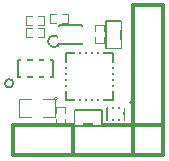
<source format=gto>
G04 (created by PCBNEW (2013-may-18)-stable) date Wed 11 Feb 2015 08:06:24 PM EST*
%MOIN*%
G04 Gerber Fmt 3.4, Leading zero omitted, Abs format*
%FSLAX34Y34*%
G01*
G70*
G90*
G04 APERTURE LIST*
%ADD10C,0.00590551*%
%ADD11C,0.0039*%
%ADD12C,0.005*%
%ADD13C,0.0028*%
%ADD14C,0.012*%
%ADD15R,0.035X0.055*%
%ADD16R,0.045X0.025*%
%ADD17R,0.0236X0.0157*%
%ADD18R,0.0157X0.0236*%
%ADD19R,0.055X0.055*%
%ADD20C,0.055*%
%ADD21R,0.0275591X0.0551181*%
%ADD22R,0.011811X0.0275591*%
%ADD23R,0.0275591X0.011811*%
%ADD24R,0.0944882X0.0944882*%
%ADD25R,0.023622X0.0590551*%
%ADD26R,0.011811X0.019685*%
%ADD27R,0.025X0.045*%
G04 APERTURE END LIST*
G54D10*
G54D11*
X74739Y-62920D02*
G75*
G03X74739Y-62920I-50J0D01*
G74*
G01*
X74239Y-62920D02*
X74639Y-62920D01*
X74639Y-62920D02*
X74639Y-63520D01*
X74639Y-63520D02*
X74239Y-63520D01*
X73839Y-63520D02*
X73439Y-63520D01*
X73439Y-63520D02*
X73439Y-62920D01*
X73439Y-62920D02*
X73839Y-62920D01*
G54D12*
X76864Y-60349D02*
X76864Y-61249D01*
X76864Y-61249D02*
X76364Y-61249D01*
X76364Y-61249D02*
X76364Y-60349D01*
X76364Y-60349D02*
X76864Y-60349D01*
G54D13*
X75975Y-60851D02*
X75975Y-61051D01*
X75975Y-61051D02*
X76275Y-61051D01*
X76275Y-61051D02*
X76275Y-60851D01*
X75975Y-60651D02*
X75975Y-60451D01*
X75975Y-60451D02*
X76275Y-60451D01*
X76275Y-60451D02*
X76275Y-60651D01*
X74687Y-60109D02*
X74487Y-60109D01*
X74487Y-60109D02*
X74487Y-60409D01*
X74487Y-60409D02*
X74687Y-60409D01*
X74887Y-60109D02*
X75087Y-60109D01*
X75087Y-60109D02*
X75087Y-60409D01*
X75087Y-60409D02*
X74887Y-60409D01*
X73892Y-60554D02*
X73692Y-60554D01*
X73692Y-60554D02*
X73692Y-60854D01*
X73692Y-60854D02*
X73892Y-60854D01*
X74092Y-60554D02*
X74292Y-60554D01*
X74292Y-60554D02*
X74292Y-60854D01*
X74292Y-60854D02*
X74092Y-60854D01*
X74092Y-60472D02*
X74292Y-60472D01*
X74292Y-60472D02*
X74292Y-60172D01*
X74292Y-60172D02*
X74092Y-60172D01*
X73892Y-60472D02*
X73692Y-60472D01*
X73692Y-60472D02*
X73692Y-60172D01*
X73692Y-60172D02*
X73892Y-60172D01*
X74992Y-63392D02*
X74992Y-63192D01*
X74992Y-63192D02*
X74692Y-63192D01*
X74692Y-63192D02*
X74692Y-63392D01*
X74992Y-63592D02*
X74992Y-63792D01*
X74992Y-63792D02*
X74692Y-63792D01*
X74692Y-63792D02*
X74692Y-63592D01*
G54D14*
X78259Y-64811D02*
X77259Y-64811D01*
X77259Y-64811D02*
X77259Y-59811D01*
X77259Y-59811D02*
X78259Y-59811D01*
X78259Y-59811D02*
X78259Y-64811D01*
X78259Y-63811D02*
X77259Y-63811D01*
X77259Y-63811D02*
X77259Y-64811D01*
X77259Y-64811D02*
X75259Y-64811D01*
X75259Y-64811D02*
X75259Y-63811D01*
X75259Y-63811D02*
X77259Y-63811D01*
X73259Y-64811D02*
X73259Y-63811D01*
X73259Y-63811D02*
X75259Y-63811D01*
X75259Y-63811D02*
X75259Y-64811D01*
X75259Y-64811D02*
X73259Y-64811D01*
G54D10*
X75562Y-61106D02*
X74775Y-61106D01*
X74775Y-61106D02*
X74775Y-60476D01*
X74775Y-60476D02*
X75562Y-60476D01*
X75562Y-60476D02*
X75562Y-61106D01*
X75003Y-61405D02*
X76578Y-61405D01*
X76578Y-61405D02*
X76578Y-62980D01*
X76578Y-62980D02*
X75003Y-62980D01*
X75003Y-62980D02*
X75003Y-61405D01*
X74807Y-61011D02*
G75*
G03X74807Y-61011I-196J0D01*
G74*
G01*
X73257Y-62409D02*
G75*
G03X73257Y-62409I-139J0D01*
G74*
G01*
X73413Y-62212D02*
X74594Y-62212D01*
X74594Y-62212D02*
X74594Y-61622D01*
X74594Y-61622D02*
X73413Y-61622D01*
X73413Y-61622D02*
X73413Y-62212D01*
X77256Y-63035D02*
G75*
G03X77256Y-63035I-55J0D01*
G74*
G01*
X76954Y-63232D02*
X76954Y-63625D01*
X76954Y-63625D02*
X76383Y-63625D01*
X76383Y-63625D02*
X76383Y-63232D01*
X76383Y-63232D02*
X76954Y-63232D01*
G54D12*
X76213Y-63805D02*
X75313Y-63805D01*
X75313Y-63805D02*
X75313Y-63305D01*
X75313Y-63305D02*
X76213Y-63305D01*
X76213Y-63305D02*
X76213Y-63805D01*
%LPC*%
G54D15*
X74414Y-63220D03*
X73664Y-63220D03*
G54D16*
X76614Y-60499D03*
X76614Y-61099D03*
G54D17*
X76125Y-60928D03*
X76125Y-60574D03*
G54D18*
X74610Y-60259D03*
X74964Y-60259D03*
X73815Y-60704D03*
X74169Y-60704D03*
X74169Y-60322D03*
X73815Y-60322D03*
G54D17*
X74842Y-63315D03*
X74842Y-63669D03*
G54D19*
X77759Y-64311D03*
G54D20*
X77759Y-63311D03*
X77759Y-62311D03*
X77759Y-61311D03*
X77759Y-60311D03*
G54D19*
X76759Y-64311D03*
G54D20*
X75759Y-64311D03*
G54D19*
X73759Y-64311D03*
G54D20*
X74759Y-64311D03*
G54D21*
X75464Y-60791D03*
X74874Y-60791D03*
G54D22*
X75397Y-61405D03*
X75594Y-61405D03*
X75988Y-61405D03*
X75791Y-61405D03*
X76185Y-61405D03*
X76185Y-62980D03*
X75791Y-62980D03*
X75988Y-62980D03*
X75594Y-62980D03*
X75397Y-62980D03*
G54D23*
X76578Y-61799D03*
X76578Y-61996D03*
X76578Y-62389D03*
X76578Y-62192D03*
X76578Y-62586D03*
X75003Y-62586D03*
X75003Y-62192D03*
X75003Y-62389D03*
X75003Y-61996D03*
X75003Y-61799D03*
G54D24*
X75791Y-62192D03*
G54D25*
X73610Y-61425D03*
X74003Y-61425D03*
X74397Y-61425D03*
X74397Y-62409D03*
X74003Y-62409D03*
X73610Y-62409D03*
G54D26*
X76866Y-63576D03*
X76669Y-63576D03*
X76472Y-63576D03*
X76472Y-63281D03*
X76669Y-63281D03*
X76866Y-63281D03*
G54D27*
X76063Y-63555D03*
X75463Y-63555D03*
M02*

</source>
